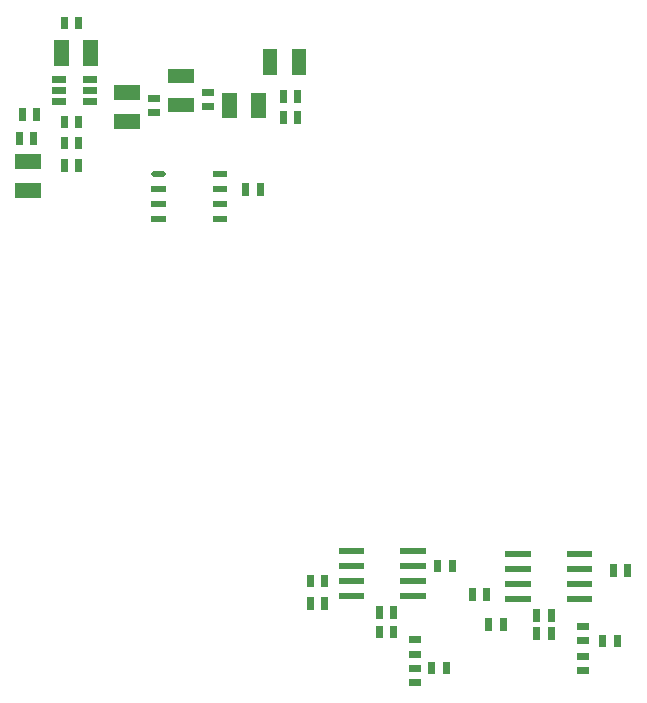
<source format=gbr>
G04 Title: TX Daughterboard, solder paste, component side *
G04 Creator: pcb-bin 1.99q *
G04 CreationDate: Fri Feb 10 03:52:58 2006 UTC *
G04 For: matt *
G04 Format: Gerber/RS-274X *
G04 PCB-Dimensions: 275000 250000 *
G04 PCB-Coordinate-Origin: lower left *
%MOIN*%
%FSLAX24Y24*%
%IPPOS*%
%ADD11C,0.0250*%
%ADD12C,0.0080*%
%ADD13C,0.0100*%
%ADD14R,0.0240X0.0240*%
%ADD15R,0.0440X0.0440*%
%ADD16R,0.0300X0.0300*%
%ADD17C,0.0060*%
%ADD18R,0.0540X0.0540*%
%ADD19R,0.0480X0.0480*%
%ADD20R,0.0680X0.0680*%
%ADD21C,0.0720*%
%ADD22C,0.0920X0.0720*%
%ADD23C,0.0920*%
%ADD24C,0.0240*%
%ADD25C,0.0340*%
%ADD26R,0.0200X0.0200*%
%ADD27R,0.0600X0.0600*%
%ADD28R,0.0660X0.0660*%
%ADD29R,0.0900X0.0900X0.0600X0.0600*%
%ADD30R,0.0900X0.0900*%
%ADD31C,0.0600*%
%ADD32C,0.0660*%
%AMTHERM1*7,0,0,0.0900,0.0600,0.0100,45*%
%ADD33THERM1*%
%ADD34C,0.0900X0.0600*%
%ADD35C,0.0900*%
%ADD36C,0.0200*%
%ADD37C,0.1200X0.0900*%
%ADD38C,0.1200*%
%ADD39C,0.0150*%
%AMTHERM2*7,0,0,0.1200,0.0900,0.0150,45*%
%ADD40THERM2*%
%ADD41C,0.0500*%
%ADD42R,0.0500X0.0500*%
%ADD43C,0.1320*%
%ADD44C,0.1520*%
%ADD45C,0.1520X0.1320*%
%ADD46C,0.0400*%
%ADD47C,0.0600X0.0400*%
%AMTHERM3*7,0,0,0.0600,0.0400,0.0100,45*%
%ADD48THERM3*%
%ADD49C,0.0800*%
%ADD50C,0.0800X0.0600*%
%ADD51C,0.0125*%
%AMTHERM4*7,0,0,0.0800,0.0600,0.0125,45*%
%ADD52THERM4*%
%ADD53C,0.0160*%
%AMTHERM5*7,0,0,0.0800,0.0600,0.0160,45*%
%ADD54THERM5*%
%ADD55C,0.0360*%
%ADD56C,0.0560*%
%ADD57C,0.0560X0.0360*%
%LNGROUP_3*%
%LPD*%
G01X0Y0D02*
G54D14*X19010Y2360D02*X19190D01*
X19010Y2840D02*X19190D01*
X24610Y2760D02*X24790D01*
X24610Y3240D02*X24790D01*
X17910Y4140D02*Y3960D01*
X18390Y4140D02*Y3960D01*
X23160Y4090D02*Y3910D01*
X23640Y4090D02*Y3910D01*
X19660Y2940D02*Y2760D01*
X20140Y2940D02*Y2760D01*
X25360Y3840D02*Y3660D01*
X25840Y3840D02*Y3660D01*
G54D19*X6020Y19730D02*X6380D01*
X6020Y18770D02*X6380D01*
G54D14*X5910Y20590D02*Y20410D01*
X6390Y20590D02*Y20410D01*
X22040Y4390D02*Y4210D01*
X21560Y4390D02*Y4210D01*
X16090Y5090D02*Y4910D01*
X15610Y5090D02*Y4910D01*
X10310Y21840D02*X10490D01*
X10310Y21360D02*X10490D01*
X12110Y22040D02*X12290D01*
X12110Y21560D02*X12290D01*
G54D26*X16650Y6750D02*X17300D01*
X16650Y6250D02*X17300D01*
X16650Y5750D02*X17300D01*
X16650Y5250D02*X17300D01*
X18700D02*X19350D01*
X18700Y5750D02*X19350D01*
X18700Y6250D02*X19350D01*
X18700Y6750D02*X19350D01*
X22200Y6650D02*X22850D01*
X22200Y6150D02*X22850D01*
X22200Y5650D02*X22850D01*
X22200Y5150D02*X22850D01*
X24250D02*X24900D01*
X24250Y5650D02*X24900D01*
X24250Y6150D02*X24900D01*
X24250Y6650D02*X24900D01*
G54D19*X9320Y22030D02*X9680D01*
X9320Y21070D02*X9680D01*
X8280Y23530D02*Y23170D01*
X7320Y23530D02*Y23170D01*
G54D14*X26190Y6190D02*Y6010D01*
X25710Y6190D02*Y6010D01*
X14710Y21990D02*Y21810D01*
X15190Y21990D02*Y21810D01*
X20340Y6340D02*Y6160D01*
X19860Y6340D02*Y6160D01*
G54D19*X14270Y23230D02*Y22870D01*
X15230Y23230D02*Y22870D01*
G54D14*X14710Y21290D02*Y21110D01*
X15190Y21290D02*Y21110D01*
X7890Y20440D02*Y20260D01*
X7410Y20440D02*Y20260D01*
G54D19*X11120Y21620D02*X11480D01*
X11120Y22580D02*X11480D01*
G54D14*X6010Y21390D02*Y21210D01*
X6490Y21390D02*Y21210D01*
X7890Y24440D02*Y24260D01*
X7410Y24440D02*Y24260D01*
X18390Y4790D02*Y4610D01*
X17910Y4790D02*Y4610D01*
X23640Y4690D02*Y4510D01*
X23160Y4690D02*Y4510D01*
X7890Y19690D02*Y19510D01*
X7410Y19690D02*Y19510D01*
X19010Y3310D02*X19190D01*
X19010Y3790D02*X19190D01*
X7410Y21140D02*Y20960D01*
X7890Y21140D02*Y20960D01*
X7115Y22470D02*X7355D01*
X7115Y22100D02*X7355D01*
X7115Y21730D02*X7355D01*
X8145D02*X8385D01*
X8145Y22100D02*X8385D01*
X8145Y22470D02*X8385D01*
X24610Y3760D02*X24790D01*
X24610Y4240D02*X24790D01*
X21490Y5390D02*Y5210D01*
X21010Y5390D02*Y5210D01*
X16090Y5840D02*Y5660D01*
X15610Y5840D02*Y5660D01*
G54D19*X12920Y21780D02*Y21420D01*
X13880Y21780D02*Y21420D01*
G54D14*X13940Y18890D02*Y18710D01*
X13460Y18890D02*Y18710D01*
G54D36*X10410Y19300D02*X10690D01*
G54D26*X10410Y18800D02*X10690D01*
X10410Y18300D02*X10690D01*
X10410Y17800D02*X10690D01*
X12450D02*X12730D01*
X12450Y18300D02*X12730D01*
X12450Y18800D02*X12730D01*
X12450Y19300D02*X12730D01*
M02*

</source>
